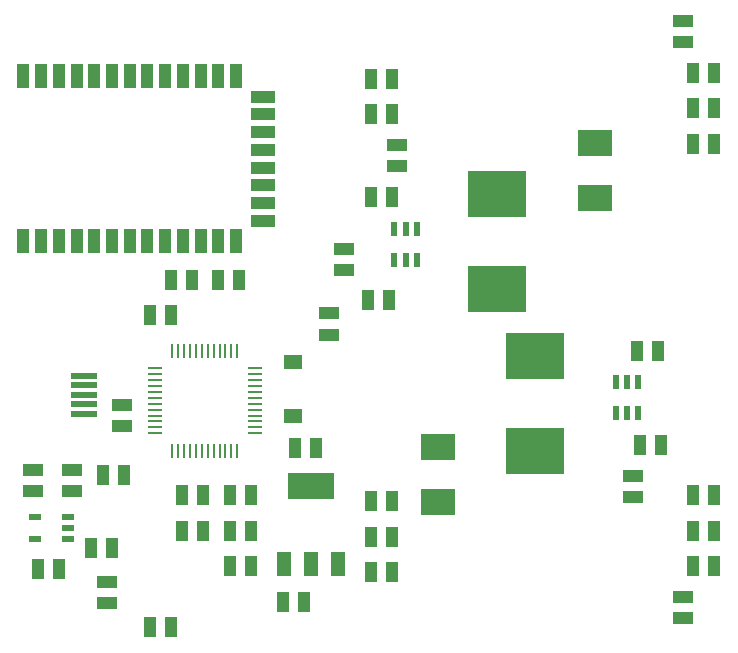
<source format=gtp>
G04 (created by PCBNEW (2013-07-07 BZR 4022)-stable) date 8/5/2019 09:37:44*
%MOIN*%
G04 Gerber Fmt 3.4, Leading zero omitted, Abs format*
%FSLAX34Y34*%
G01*
G70*
G90*
G04 APERTURE LIST*
%ADD10C,0.00590551*%
%ADD11R,0.090315X0.0194488*%
%ADD12R,0.117874X0.086378*%
%ADD13R,0.0399213X0.0698425*%
%ADD14R,0.0698425X0.0399213*%
%ADD15R,0.0103937X0.0470079*%
%ADD16R,0.0470079X0.0103937*%
%ADD17R,0.196614X0.157244*%
%ADD18R,0.0241732X0.0477953*%
%ADD19R,0.0430709X0.0233858*%
%ADD20R,0.155575X0.0915748*%
%ADD21R,0.0509449X0.0797638*%
%ADD22R,0.0588189X0.0470079*%
%ADD23R,0.0391339X0.0785039*%
%ADD24R,0.0785039X0.0391339*%
G04 APERTURE END LIST*
G54D10*
G54D11*
X26968Y-28110D03*
X26968Y-28425D03*
X26968Y-28740D03*
X26968Y-29055D03*
X26968Y-29370D03*
G54D12*
X43996Y-22165D03*
X43996Y-20354D03*
X38779Y-30492D03*
X38779Y-32303D03*
G54D13*
X34307Y-35629D03*
X33606Y-35629D03*
X47287Y-34448D03*
X47988Y-34448D03*
X37259Y-32283D03*
X36559Y-32283D03*
X37259Y-33464D03*
X36559Y-33464D03*
X45417Y-27263D03*
X46118Y-27263D03*
X37259Y-19389D03*
X36559Y-19389D03*
G54D14*
X25295Y-31944D03*
X25295Y-31244D03*
G54D15*
X29921Y-30610D03*
X30118Y-30610D03*
X30314Y-30610D03*
X30511Y-30610D03*
X30708Y-30610D03*
X30905Y-30610D03*
X31102Y-30610D03*
X31299Y-30610D03*
X31496Y-30610D03*
X31692Y-30610D03*
X31889Y-30610D03*
X32086Y-30610D03*
G54D16*
X32677Y-30019D03*
X32677Y-29822D03*
X32677Y-29625D03*
X32677Y-29429D03*
X32677Y-29232D03*
X32677Y-29035D03*
X32677Y-28838D03*
X32677Y-28641D03*
X32677Y-28444D03*
X32677Y-28248D03*
X32677Y-28051D03*
X32677Y-27854D03*
G54D15*
X32086Y-27263D03*
X31889Y-27263D03*
X31692Y-27263D03*
X31496Y-27263D03*
X31299Y-27263D03*
X31102Y-27263D03*
X30905Y-27263D03*
X30708Y-27263D03*
X30511Y-27263D03*
X30314Y-27263D03*
X30118Y-27263D03*
X29921Y-27263D03*
G54D16*
X29330Y-27854D03*
X29330Y-28051D03*
X29330Y-28248D03*
X29330Y-28444D03*
X29330Y-28641D03*
X29330Y-28838D03*
X29330Y-29035D03*
X29330Y-29232D03*
X29330Y-29429D03*
X29330Y-29625D03*
X29330Y-29822D03*
X29330Y-30019D03*
G54D17*
X40748Y-25196D03*
X40748Y-22047D03*
X42027Y-27460D03*
X42027Y-30610D03*
G54D18*
X44704Y-29354D03*
X45078Y-29354D03*
X45452Y-29354D03*
X45452Y-28322D03*
X45078Y-28322D03*
X44704Y-28322D03*
G54D13*
X47287Y-18011D03*
X47988Y-18011D03*
X32535Y-34448D03*
X31834Y-34448D03*
G54D19*
X26437Y-33543D03*
X26437Y-32795D03*
X25334Y-33543D03*
X26437Y-33169D03*
X25334Y-32795D03*
G54D18*
X38070Y-23204D03*
X37696Y-23204D03*
X37322Y-23204D03*
X37322Y-24236D03*
X37696Y-24236D03*
X38070Y-24236D03*
G54D14*
X26574Y-31944D03*
X26574Y-31244D03*
G54D13*
X37161Y-25590D03*
X36460Y-25590D03*
X30566Y-24901D03*
X29866Y-24901D03*
X30960Y-33267D03*
X30259Y-33267D03*
X37259Y-22145D03*
X36559Y-22145D03*
X29177Y-26082D03*
X29877Y-26082D03*
X34000Y-30511D03*
X34700Y-30511D03*
G54D14*
X28248Y-29078D03*
X28248Y-29779D03*
X35137Y-26728D03*
X35137Y-26027D03*
X35629Y-24562D03*
X35629Y-23862D03*
G54D13*
X27909Y-33858D03*
X27208Y-33858D03*
G54D14*
X45275Y-32141D03*
X45275Y-31440D03*
X37401Y-20417D03*
X37401Y-21118D03*
G54D13*
X45515Y-30413D03*
X46216Y-30413D03*
X26137Y-34547D03*
X25437Y-34547D03*
G54D14*
X27755Y-35685D03*
X27755Y-34984D03*
G54D13*
X32535Y-33267D03*
X31834Y-33267D03*
X37259Y-34645D03*
X36559Y-34645D03*
X32535Y-32086D03*
X31834Y-32086D03*
X31440Y-24901D03*
X32141Y-24901D03*
X28303Y-31397D03*
X27602Y-31397D03*
X30960Y-32086D03*
X30259Y-32086D03*
X47287Y-19192D03*
X47988Y-19192D03*
G54D14*
X46948Y-16984D03*
X46948Y-16283D03*
G54D13*
X47287Y-20374D03*
X47988Y-20374D03*
G54D14*
X46948Y-35476D03*
X46948Y-36177D03*
G54D13*
X47287Y-32086D03*
X47988Y-32086D03*
X47287Y-33267D03*
X47988Y-33267D03*
X37259Y-18208D03*
X36559Y-18208D03*
G54D20*
X34547Y-31770D03*
G54D21*
X34547Y-34370D03*
X35447Y-34370D03*
X33647Y-34370D03*
G54D13*
X29877Y-36476D03*
X29177Y-36476D03*
G54D22*
X33956Y-27657D03*
X33956Y-29429D03*
G54D23*
X24960Y-18110D03*
X25551Y-18110D03*
X26732Y-18110D03*
X26141Y-18110D03*
X28503Y-18110D03*
X29094Y-18110D03*
X27913Y-18110D03*
X27322Y-18110D03*
X30275Y-18110D03*
X30866Y-18110D03*
X32047Y-18110D03*
X31456Y-18110D03*
X29685Y-18110D03*
G54D24*
X32933Y-22933D03*
X32933Y-22342D03*
X32933Y-21161D03*
X32933Y-21751D03*
X32933Y-19389D03*
X32933Y-18799D03*
X32933Y-19980D03*
X32933Y-20570D03*
G54D23*
X29685Y-23622D03*
X31456Y-23622D03*
X32047Y-23622D03*
X30866Y-23622D03*
X30275Y-23622D03*
X27322Y-23622D03*
X27913Y-23622D03*
X29094Y-23622D03*
X28503Y-23622D03*
X26141Y-23622D03*
X26732Y-23622D03*
X25551Y-23622D03*
X24960Y-23622D03*
M02*

</source>
